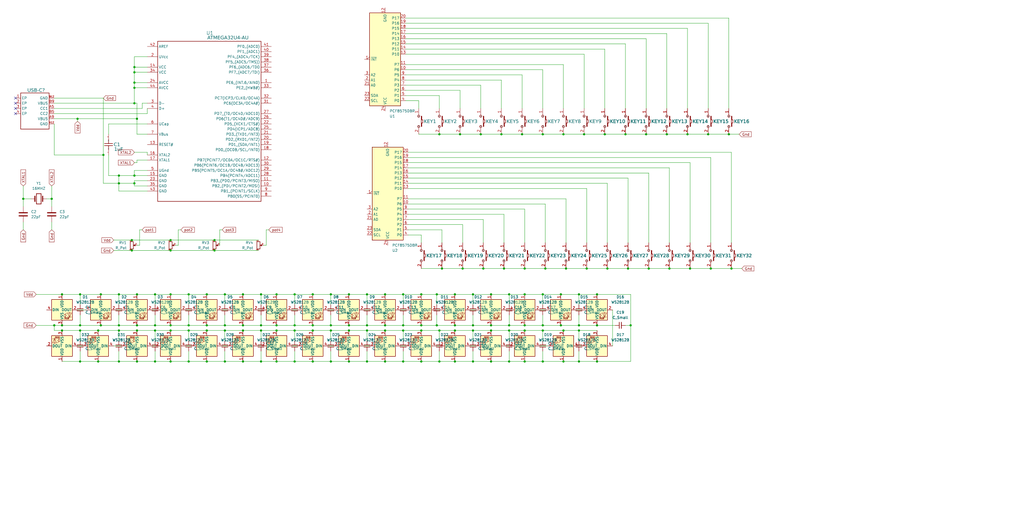
<source format=kicad_sch>
(kicad_sch (version 20231120) (generator "eeschema") (generator_version "8.0")
  (paper "User" 503.174 249.301)
  (junction (at 308.61 132.08))
  (junction (at 49.53 144.78))
  (junction (at 198.12 160.02))
  (junction (at 66.04 35.56))
  (junction (at 92.71 177.8))
  (junction (at 207.01 162.56))
  (junction (at 267.97 132.08))
  (junction (at 38.1 58.42))
  (junction (at 66.04 33.02))
  (junction (at 328.93 132.08))
  (junction (at 189.23 177.8))
  (junction (at 180.34 144.78))
  (junction (at 237.49 132.08))
  (junction (at 101.6 144.78))
  (junction (at 76.2 160.02))
  (junction (at 339.09 132.08))
  (junction (at 50.8 76.2))
  (junction (at 198.12 162.56))
  (junction (at 217.17 132.08))
  (junction (at 266.7 177.8))
  (junction (at 30.48 162.56))
  (junction (at 232.41 144.78))
  (junction (at 162.56 160.02))
  (junction (at 105.41 118.11))
  (junction (at 66.04 90.17))
  (junction (at 101.6 162.56))
  (junction (at 67.31 162.56))
  (junction (at 26.67 160.02))
  (junction (at 83.82 160.02))
  (junction (at 318.77 132.08))
  (junction (at 105.41 123.19))
  (junction (at 266.7 160.02))
  (junction (at 11.43 97.79))
  (junction (at 25.4 97.79))
  (junction (at 162.56 162.56))
  (junction (at 83.82 144.78))
  (junction (at 349.25 132.08))
  (junction (at 215.9 162.56))
  (junction (at 119.38 160.02))
  (junction (at 144.78 144.78))
  (junction (at 257.81 160.02))
  (junction (at 76.2 177.8))
  (junction (at 250.19 160.02))
  (junction (at 135.89 162.56))
  (junction (at 278.13 132.08))
  (junction (at 128.27 144.78))
  (junction (at 266.7 162.56))
  (junction (at 189.23 160.02))
  (junction (at 49.53 160.02))
  (junction (at 92.71 144.78))
  (junction (at 223.52 162.56))
  (junction (at 337.82 66.04))
  (junction (at 215.9 177.8))
  (junction (at 236.22 66.04))
  (junction (at 189.23 144.78))
  (junction (at 119.38 177.8))
  (junction (at 241.3 162.56))
  (junction (at 284.48 162.56))
  (junction (at 64.77 123.19))
  (junction (at 266.7 66.04))
  (junction (at 153.67 160.02))
  (junction (at 276.86 177.8))
  (junction (at 171.45 177.8))
  (junction (at 39.37 160.02))
  (junction (at 128.27 177.8))
  (junction (at 293.37 144.78))
  (junction (at 250.19 162.56))
  (junction (at 58.42 162.56))
  (junction (at 214.63 160.02))
  (junction (at 256.54 66.04))
  (junction (at 92.71 160.02))
  (junction (at 171.45 144.78))
  (junction (at 241.3 160.02))
  (junction (at 347.98 66.04))
  (junction (at 215.9 66.04))
  (junction (at 284.48 160.02))
  (junction (at 58.42 160.02))
  (junction (at 297.18 66.04))
  (junction (at 119.38 162.56))
  (junction (at 39.37 177.8))
  (junction (at 66.04 86.36))
  (junction (at 257.81 144.78))
  (junction (at 180.34 160.02))
  (junction (at 275.59 160.02))
  (junction (at 232.41 177.8))
  (junction (at 39.37 162.56))
  (junction (at 317.5 66.04))
  (junction (at 198.12 177.8))
  (junction (at 153.67 144.78))
  (junction (at 144.78 177.8))
  (junction (at 83.82 162.56))
  (junction (at 180.34 177.8))
  (junction (at 58.42 90.17))
  (junction (at 39.37 144.78))
  (junction (at 307.34 66.04))
  (junction (at 128.27 160.02))
  (junction (at 284.48 177.8))
  (junction (at 58.42 177.8))
  (junction (at 287.02 66.04))
  (junction (at 128.27 162.56))
  (junction (at 162.56 144.78))
  (junction (at 257.81 132.08))
  (junction (at 250.19 177.8))
  (junction (at 83.82 118.11))
  (junction (at 76.2 162.56))
  (junction (at 67.31 144.78))
  (junction (at 207.01 144.78))
  (junction (at 110.49 144.78))
  (junction (at 83.82 123.19))
  (junction (at 135.89 177.8))
  (junction (at 135.89 144.78))
  (junction (at 276.86 66.04))
  (junction (at 144.78 162.56))
  (junction (at 92.71 162.56))
  (junction (at 153.67 177.8))
  (junction (at 275.59 144.78))
  (junction (at 227.33 132.08))
  (junction (at 67.31 177.8))
  (junction (at 309.88 160.02))
  (junction (at 67.31 58.42))
  (junction (at 66.04 50.8))
  (junction (at 358.14 66.04))
  (junction (at 58.42 144.78))
  (junction (at 247.65 132.08))
  (junction (at 110.49 160.02))
  (junction (at 284.48 144.78))
  (junction (at 58.42 86.36))
  (junction (at 226.06 66.04))
  (junction (at 153.67 162.56))
  (junction (at 359.41 132.08))
  (junction (at 66.04 40.64))
  (junction (at 288.29 132.08))
  (junction (at 298.45 132.08))
  (junction (at 83.82 177.8))
  (junction (at 207.01 160.02))
  (junction (at 223.52 144.78))
  (junction (at 250.19 144.78))
  (junction (at 241.3 144.78))
  (junction (at 266.7 144.78))
  (junction (at 171.45 160.02))
  (junction (at 232.41 160.02))
  (junction (at 101.6 160.02))
  (junction (at 257.81 177.8))
  (junction (at 223.52 160.02))
  (junction (at 30.48 144.78))
  (junction (at 241.3 177.8))
  (junction (at 232.41 162.56))
  (junction (at 66.04 43.18))
  (junction (at 64.77 118.11))
  (junction (at 67.31 160.02))
  (junction (at 198.12 144.78))
  (junction (at 293.37 160.02))
  (junction (at 189.23 162.56))
  (junction (at 180.34 162.56))
  (junction (at 293.37 177.8))
  (junction (at 246.38 66.04))
  (junction (at 76.2 144.78))
  (junction (at 110.49 177.8))
  (junction (at 110.49 162.56))
  (junction (at 30.48 160.02))
  (junction (at 48.26 177.8))
  (junction (at 135.89 160.02))
  (junction (at 48.26 162.56))
  (junction (at 119.38 144.78))
  (junction (at 223.52 177.8))
  (junction (at 162.56 177.8))
  (junction (at 214.63 144.78))
  (junction (at 327.66 66.04))
  (junction (at 171.45 162.56))
  (junction (at 101.6 177.8))
  (junction (at 144.78 160.02))
  (junction (at 276.86 162.56))
  (junction (at 257.81 162.56))
  (junction (at 207.01 177.8))
  (no_connect (at 7.62 50.8))
  (no_connect (at 7.62 48.26))
  (no_connect (at 7.62 55.88))
  (no_connect (at 7.62 53.34))
  (wire (pts (xy 76.2 162.56) (xy 76.2 167.64)))
  (wire (pts (xy 223.52 177.8) (xy 232.41 177.8)))
  (wire (pts (xy 58.42 172.72) (xy 58.42 177.8)))
  (wire (pts (xy 226.06 44.45) (xy 226.06 53.34)))
  (wire (pts (xy 153.67 177.8) (xy 162.56 177.8)))
  (wire (pts (xy 50.8 48.26) (xy 50.8 76.2)))
  (wire (pts (xy 215.9 162.56) (xy 215.9 167.64)))
  (wire (pts (xy 67.31 66.04) (xy 72.39 66.04)))
  (wire (pts (xy 68.58 113.03) (xy 69.85 113.03)))
  (wire (pts (xy 119.38 144.78) (xy 128.27 144.78)))
  (wire (pts (xy 284.48 172.72) (xy 284.48 177.8)))
  (wire (pts (xy 266.7 172.72) (xy 266.7 177.8)))
  (wire (pts (xy 275.59 144.78) (xy 284.48 144.78)))
  (wire (pts (xy 25.4 97.79) (xy 25.4 101.6)))
  (wire (pts (xy 76.2 177.8) (xy 83.82 177.8)))
  (wire (pts (xy 217.17 113.03) (xy 217.17 119.38)))
  (wire (pts (xy 180.34 144.78) (xy 180.34 149.86)))
  (wire (pts (xy 67.31 120.65) (xy 68.58 120.65)))
  (wire (pts (xy 200.66 115.57) (xy 207.01 115.57)))
  (wire (pts (xy 76.2 144.78) (xy 83.82 144.78)))
  (wire (pts (xy 309.88 144.78) (xy 293.37 144.78)))
  (wire (pts (xy 66.04 33.02) (xy 72.39 33.02)))
  (wire (pts (xy 288.29 92.71) (xy 288.29 119.38)))
  (wire (pts (xy 205.74 49.53) (xy 205.74 53.34)))
  (wire (pts (xy 250.19 177.8) (xy 257.81 177.8)))
  (wire (pts (xy 200.66 113.03) (xy 217.17 113.03)))
  (wire (pts (xy 66.04 50.8) (xy 67.31 50.8)))
  (wire (pts (xy 50.8 76.2) (xy 50.8 90.17)))
  (wire (pts (xy 198.12 162.56) (xy 198.12 167.64)))
  (wire (pts (xy 105.41 118.11) (xy 127 118.11)))
  (wire (pts (xy 297.18 66.04) (xy 307.34 66.04)))
  (wire (pts (xy 232.41 172.72) (xy 232.41 177.8)))
  (wire (pts (xy 198.12 160.02) (xy 207.01 160.02)))
  (wire (pts (xy 266.7 66.04) (xy 276.86 66.04)))
  (wire (pts (xy 110.49 160.02) (xy 119.38 160.02)))
  (wire (pts (xy 66.04 86.36) (xy 72.39 86.36)))
  (wire (pts (xy 92.71 162.56) (xy 101.6 162.56)))
  (wire (pts (xy 298.45 90.17) (xy 298.45 119.38)))
  (wire (pts (xy 74.93 170.18) (xy 76.2 170.18)))
  (wire (pts (xy 171.45 177.8) (xy 180.34 177.8)))
  (wire (pts (xy 48.26 162.56) (xy 58.42 162.56)))
  (wire (pts (xy 30.48 177.8) (xy 39.37 177.8)))
  (wire (pts (xy 39.37 177.8) (xy 48.26 177.8)))
  (wire (pts (xy 110.49 154.94) (xy 110.49 160.02)))
  (wire (pts (xy 15.24 97.79) (xy 11.43 97.79)))
  (wire (pts (xy 180.34 177.8) (xy 189.23 177.8)))
  (wire (pts (xy 101.6 144.78) (xy 110.49 144.78)))
  (wire (pts (xy 284.48 162.56) (xy 293.37 162.56)))
  (wire (pts (xy 250.19 144.78) (xy 250.19 149.86)))
  (wire (pts (xy 76.2 144.78) (xy 76.2 149.86)))
  (wire (pts (xy 25.4 91.44) (xy 25.4 97.79)))
  (wire (pts (xy 87.63 113.03) (xy 88.9 113.03)))
  (wire (pts (xy 30.48 160.02) (xy 39.37 160.02)))
  (wire (pts (xy 72.39 93.98) (xy 58.42 93.98)))
  (wire (pts (xy 162.56 162.56) (xy 171.45 162.56)))
  (wire (pts (xy 308.61 132.08) (xy 318.77 132.08)))
  (wire (pts (xy 327.66 66.04) (xy 337.82 66.04)))
  (wire (pts (xy 250.19 154.94) (xy 250.19 160.02)))
  (wire (pts (xy 199.39 19.05) (xy 317.5 19.05)))
  (wire (pts (xy 38.1 170.18) (xy 40.64 170.18)))
  (wire (pts (xy 130.81 113.03) (xy 130.81 120.65)))
  (wire (pts (xy 66.04 35.56) (xy 66.04 33.02)))
  (wire (pts (xy 241.3 144.78) (xy 250.19 144.78)))
  (wire (pts (xy 284.48 144.78) (xy 293.37 144.78)))
  (wire (pts (xy 189.23 160.02) (xy 198.12 160.02)))
  (wire (pts (xy 288.29 132.08) (xy 298.45 132.08)))
  (wire (pts (xy 132.08 113.03) (xy 130.81 113.03)))
  (wire (pts (xy 67.31 177.8) (xy 76.2 177.8)))
  (wire (pts (xy 207.01 160.02) (xy 214.63 160.02)))
  (wire (pts (xy 76.2 172.72) (xy 76.2 177.8)))
  (wire (pts (xy 119.38 160.02) (xy 128.27 160.02)))
  (wire (pts (xy 199.39 31.75) (xy 276.86 31.75)))
  (wire (pts (xy 25.4 109.22) (xy 25.4 113.03)))
  (wire (pts (xy 110.49 144.78) (xy 119.38 144.78)))
  (wire (pts (xy 214.63 154.94) (xy 214.63 160.02)))
  (wire (pts (xy 250.19 172.72) (xy 250.19 177.8)))
  (wire (pts (xy 76.2 160.02) (xy 83.82 160.02)))
  (wire (pts (xy 162.56 144.78) (xy 162.56 149.86)))
  (wire (pts (xy 58.42 93.98) (xy 58.42 90.17)))
  (wire (pts (xy 110.49 172.72) (xy 110.49 177.8)))
  (wire (pts (xy 50.8 90.17) (xy 58.42 90.17)))
  (wire (pts (xy 30.48 162.56) (xy 39.37 162.56)))
  (wire (pts (xy 144.78 162.56) (xy 153.67 162.56)))
  (wire (pts (xy 199.39 24.13) (xy 297.18 24.13)))
  (wire (pts (xy 135.89 162.56) (xy 144.78 162.56)))
  (wire (pts (xy 214.63 152.4) (xy 215.9 152.4)))
  (wire (pts (xy 180.34 160.02) (xy 189.23 160.02)))
  (wire (pts (xy 246.38 39.37) (xy 246.38 53.34)))
  (wire (pts (xy 11.43 97.79) (xy 11.43 101.6)))
  (wire (pts (xy 200.66 107.95) (xy 237.49 107.95)))
  (wire (pts (xy 171.45 144.78) (xy 180.34 144.78)))
  (wire (pts (xy 72.39 83.82) (xy 66.04 83.82)))
  (wire (pts (xy 227.33 132.08) (xy 237.49 132.08)))
  (wire (pts (xy 231.14 170.18) (xy 233.68 170.18)))
  (wire (pts (xy 231.14 152.4) (xy 233.68 152.4)))
  (wire (pts (xy 309.88 144.78) (xy 309.88 160.02)))
  (wire (pts (xy 232.41 144.78) (xy 232.41 149.86)))
  (wire (pts (xy 284.48 144.78) (xy 284.48 149.86)))
  (wire (pts (xy 72.39 91.44) (xy 66.04 91.44)))
  (wire (pts (xy 64.77 123.19) (xy 83.82 123.19)))
  (wire (pts (xy 200.66 110.49) (xy 227.33 110.49)))
  (wire (pts (xy 207.01 144.78) (xy 214.63 144.78)))
  (wire (pts (xy 66.04 80.01) (xy 67.31 80.01)))
  (wire (pts (xy 287.02 26.67) (xy 287.02 53.34)))
  (wire (pts (xy 266.7 160.02) (xy 275.59 160.02)))
  (wire (pts (xy 86.36 120.65) (xy 87.63 120.65)))
  (wire (pts (xy 307.34 66.04) (xy 317.5 66.04)))
  (wire (pts (xy 215.9 46.99) (xy 215.9 53.34)))
  (wire (pts (xy 66.04 43.18) (xy 66.04 40.64)))
  (wire (pts (xy 110.49 162.56) (xy 110.49 167.64)))
  (wire (pts (xy 214.63 160.02) (xy 223.52 160.02)))
  (wire (pts (xy 232.41 160.02) (xy 241.3 160.02)))
  (wire (pts (xy 215.9 177.8) (xy 223.52 177.8)))
  (wire (pts (xy 162.56 177.8) (xy 171.45 177.8)))
  (wire (pts (xy 250.19 162.56) (xy 250.19 167.64)))
  (wire (pts (xy 266.7 144.78) (xy 266.7 149.86)))
  (wire (pts (xy 250.19 162.56) (xy 257.81 162.56)))
  (wire (pts (xy 232.41 162.56) (xy 241.3 162.56)))
  (wire (pts (xy 53.34 86.36) (xy 58.42 86.36)))
  (wire (pts (xy 72.39 88.9) (xy 66.04 88.9)))
  (wire (pts (xy 358.14 66.04) (xy 363.22 66.04)))
  (wire (pts (xy 128.27 160.02) (xy 135.89 160.02)))
  (wire (pts (xy 257.81 177.8) (xy 266.7 177.8)))
  (wire (pts (xy 119.38 177.8) (xy 128.27 177.8)))
  (wire (pts (xy 337.82 13.97) (xy 337.82 53.34)))
  (wire (pts (xy 223.52 144.78) (xy 232.41 144.78)))
  (wire (pts (xy 67.31 162.56) (xy 76.2 162.56)))
  (wire (pts (xy 275.59 160.02) (xy 284.48 160.02)))
  (wire (pts (xy 130.81 120.65) (xy 129.54 120.65)))
  (wire (pts (xy 30.48 144.78) (xy 39.37 144.78)))
  (wire (pts (xy 347.98 11.43) (xy 347.98 53.34)))
  (wire (pts (xy 236.22 66.04) (xy 246.38 66.04)))
  (wire (pts (xy 58.42 160.02) (xy 67.31 160.02)))
  (wire (pts (xy 72.39 53.34) (xy 72.39 55.88)))
  (wire (pts (xy 200.66 82.55) (xy 328.93 82.55)))
  (wire (pts (xy 58.42 162.56) (xy 67.31 162.56)))
  (wire (pts (xy 26.67 60.96) (xy 26.67 76.2)))
  (wire (pts (xy 26.67 160.02) (xy 30.48 160.02)))
  (wire (pts (xy 162.56 162.56) (xy 162.56 167.64)))
  (wire (pts (xy 38.1 152.4) (xy 41.91 152.4)))
  (wire (pts (xy 180.34 162.56) (xy 189.23 162.56)))
  (wire (pts (xy 200.66 90.17) (xy 298.45 90.17)))
  (wire (pts (xy 236.22 41.91) (xy 236.22 53.34)))
  (wire (pts (xy 91.44 170.18) (xy 93.98 170.18)))
  (wire (pts (xy 26.67 160.02) (xy 26.67 162.56)))
  (wire (pts (xy 101.6 177.8) (xy 110.49 177.8)))
  (wire (pts (xy 199.39 39.37) (xy 246.38 39.37)))
  (wire (pts (xy 143.51 170.18) (xy 146.05 170.18)))
  (wire (pts (xy 153.67 144.78) (xy 162.56 144.78)))
  (wire (pts (xy 135.89 144.78) (xy 144.78 144.78)))
  (wire (pts (xy 69.85 50.8) (xy 69.85 53.34)))
  (wire (pts (xy 38.1 58.42) (xy 38.1 59.69)))
  (wire (pts (xy 39.37 162.56) (xy 39.37 167.64)))
  (wire (pts (xy 66.04 40.64) (xy 72.39 40.64)))
  (wire (pts (xy 200.66 102.87) (xy 257.81 102.87)))
  (wire (pts (xy 161.29 170.18) (xy 163.83 170.18)))
  (wire (pts (xy 200.66 97.79) (xy 278.13 97.79)))
  (wire (pts (xy 58.42 177.8) (xy 67.31 177.8)))
  (wire (pts (xy 83.82 118.11) (xy 105.41 118.11)))
  (wire (pts (xy 309.88 160.02) (xy 309.88 177.8)))
  (wire (pts (xy 127 152.4) (xy 128.27 152.4)))
  (wire (pts (xy 161.29 152.4) (xy 163.83 152.4)))
  (wire (pts (xy 153.67 160.02) (xy 162.56 160.02)))
  (wire (pts (xy 248.92 152.4) (xy 250.19 152.4)))
  (wire (pts (xy 200.66 85.09) (xy 318.77 85.09)))
  (wire (pts (xy 180.34 162.56) (xy 180.34 167.64)))
  (wire (pts (xy 127 170.18) (xy 128.27 170.18)))
  (wire (pts (xy 257.81 162.56) (xy 266.7 162.56)))
  (wire (pts (xy 318.77 85.09) (xy 318.77 119.38)))
  (wire (pts (xy 214.63 144.78) (xy 223.52 144.78)))
  (wire (pts (xy 207.01 115.57) (xy 207.01 119.38)))
  (wire (pts (xy 241.3 177.8) (xy 250.19 177.8)))
  (wire (pts (xy 196.85 152.4) (xy 199.39 152.4)))
  (wire (pts (xy 69.85 53.34) (xy 26.67 53.34)))
  (wire (pts (xy 162.56 154.94) (xy 162.56 160.02)))
  (wire (pts (xy 144.78 172.72) (xy 144.78 177.8)))
  (wire (pts (xy 67.31 80.01) (xy 67.31 78.74)))
  (wire (pts (xy 74.93 152.4) (xy 76.2 152.4)))
  (wire (pts (xy 66.04 91.44) (xy 66.04 90.17)))
  (wire (pts (xy 284.48 154.94) (xy 284.48 160.02)))
  (wire (pts (xy 180.34 172.72) (xy 180.34 177.8)))
  (wire (pts (xy 284.48 162.56) (xy 284.48 167.64)))
  (wire (pts (xy 257.81 144.78) (xy 266.7 144.78)))
  (wire (pts (xy 162.56 160.02) (xy 171.45 160.02)))
  (wire (pts (xy 66.04 74.93) (xy 72.39 74.93)))
  (wire (pts (xy 91.44 152.4) (xy 93.98 152.4)))
  (wire (pts (xy 162.56 172.72) (xy 162.56 177.8)))
  (wire (pts (xy 358.14 8.89) (xy 358.14 53.34)))
  (wire (pts (xy 293.37 160.02) (xy 302.26 160.02)))
  (wire (pts (xy 83.82 162.56) (xy 92.71 162.56)))
  (wire (pts (xy 67.31 160.02) (xy 76.2 160.02)))
  (wire (pts (xy 257.81 160.02) (xy 266.7 160.02)))
  (wire (pts (xy 237.49 107.95) (xy 237.49 119.38)))
  (wire (pts (xy 266.7 177.8) (xy 276.86 177.8)))
  (wire (pts (xy 241.3 160.02) (xy 250.19 160.02)))
  (wire (pts (xy 92.71 162.56) (xy 92.71 167.64)))
  (wire (pts (xy 39.37 172.72) (xy 39.37 177.8)))
  (wire (pts (xy 92.71 172.72) (xy 92.71 177.8)))
  (wire (pts (xy 171.45 162.56) (xy 180.34 162.56)))
  (wire (pts (xy 11.43 109.22) (xy 11.43 113.03)))
  (wire (pts (xy 17.78 144.78) (xy 30.48 144.78)))
  (wire (pts (xy 200.66 77.47) (xy 349.25 77.47)))
  (wire (pts (xy 55.88 123.19) (xy 64.77 123.19)))
  (wire (pts (xy 26.67 162.56) (xy 30.48 162.56)))
  (wire (pts (xy 207.01 177.8) (xy 215.9 177.8)))
  (wire (pts (xy 58.42 86.36) (xy 58.42 90.17)))
  (wire (pts (xy 214.63 170.18) (xy 215.9 170.18)))
  (wire (pts (xy 53.34 60.96) (xy 53.34 66.04)))
  (wire (pts (xy 48.26 177.8) (xy 58.42 177.8)))
  (wire (pts (xy 266.7 162.56) (xy 266.7 167.64)))
  (wire (pts (xy 92.71 144.78) (xy 101.6 144.78)))
  (wire (pts (xy 144.78 177.8) (xy 153.67 177.8)))
  (wire (pts (xy 83.82 177.8) (xy 92.71 177.8)))
  (wire (pts (xy 214.63 144.78) (xy 214.63 149.86)))
  (wire (pts (xy 266.7 144.78) (xy 275.59 144.78)))
  (wire (pts (xy 207.01 162.56) (xy 215.9 162.56)))
  (wire (pts (xy 198.12 144.78) (xy 198.12 149.86)))
  (wire (pts (xy 199.39 21.59) (xy 307.34 21.59)))
  (wire (pts (xy 101.6 162.56) (xy 110.49 162.56)))
  (wire (pts (xy 72.39 50.8) (xy 69.85 50.8)))
  (wire (pts (xy 199.39 8.89) (xy 358.14 8.89)))
  (wire (pts (xy 128.27 162.56) (xy 128.27 167.64)))
  (wire (pts (xy 67.31 78.74) (xy 72.39 78.74)))
  (wire (pts (xy 232.41 177.8) (xy 241.3 177.8)))
  (wire (pts (xy 199.39 41.91) (xy 236.22 41.91)))
  (wire (pts (xy 339.09 80.01) (xy 339.09 119.38)))
  (wire (pts (xy 297.18 24.13) (xy 297.18 53.34)))
  (wire (pts (xy 72.39 35.56) (xy 66.04 35.56)))
  (wire (pts (xy 267.97 132.08) (xy 278.13 132.08)))
  (wire (pts (xy 110.49 144.78) (xy 110.49 149.86)))
  (wire (pts (xy 241.3 162.56) (xy 250.19 162.56)))
  (wire (pts (xy 67.31 58.42) (xy 38.1 58.42)))
  (wire (pts (xy 189.23 162.56) (xy 198.12 162.56)))
  (wire (pts (xy 92.71 144.78) (xy 92.71 149.86)))
  (wire (pts (xy 68.58 120.65) (xy 68.58 113.03)))
  (wire (pts (xy 17.78 160.02) (xy 26.67 160.02)))
  (wire (pts (xy 198.12 172.72) (xy 198.12 177.8)))
  (wire (pts (xy 39.37 144.78) (xy 49.53 144.78)))
  (wire (pts (xy 55.88 118.11) (xy 64.77 118.11)))
  (wire (pts (xy 283.21 152.4) (xy 285.75 152.4)))
  (wire (pts (xy 76.2 162.56) (xy 83.82 162.56)))
  (wire (pts (xy 232.41 144.78) (xy 241.3 144.78)))
  (wire (pts (xy 26.67 76.2) (xy 50.8 76.2)))
  (wire (pts (xy 328.93 132.08) (xy 339.09 132.08)))
  (wire (pts (xy 199.39 49.53) (xy 205.74 49.53)))
  (wire (pts (xy 67.31 50.8) (xy 67.31 58.42)))
  (wire (pts (xy 66.04 35.56) (xy 66.04 40.64)))
  (wire (pts (xy 11.43 91.44) (xy 11.43 97.79)))
  (wire (pts (xy 349.25 132.08) (xy 359.41 132.08)))
  (wire (pts (xy 237.49 132.08) (xy 247.65 132.08)))
  (wire (pts (xy 267.97 100.33) (xy 267.97 119.38)))
  (wire (pts (xy 39.37 144.78) (xy 39.37 149.86)))
  (wire (pts (xy 144.78 162.56) (xy 144.78 167.64)))
  (wire (pts (xy 199.39 46.99) (xy 215.9 46.99)))
  (wire (pts (xy 276.86 66.04) (xy 287.02 66.04)))
  (wire (pts (xy 247.65 105.41) (xy 247.65 119.38)))
  (wire (pts (xy 199.39 34.29) (xy 266.7 34.29)))
  (wire (pts (xy 110.49 162.56) (xy 119.38 162.56)))
  (wire (pts (xy 215.9 172.72) (xy 215.9 177.8)))
  (wire (pts (xy 318.77 132.08) (xy 328.93 132.08)))
  (wire (pts (xy 53.34 60.96) (xy 72.39 60.96)))
  (wire (pts (xy 107.95 113.03) (xy 109.22 113.03)))
  (wire (pts (xy 109.22 152.4) (xy 111.76 152.4)))
  (wire (pts (xy 39.37 162.56) (xy 48.26 162.56)))
  (wire (pts (xy 317.5 19.05) (xy 317.5 53.34)))
  (wire (pts (xy 200.66 87.63) (xy 308.61 87.63)))
  (wire (pts (xy 76.2 154.94) (xy 76.2 160.02)))
  (wire (pts (xy 180.34 144.78) (xy 189.23 144.78)))
  (wire (pts (xy 207.01 132.08) (xy 217.17 132.08)))
  (wire (pts (xy 293.37 177.8) (xy 309.88 177.8)))
  (wire (pts (xy 110.49 177.8) (xy 119.38 177.8)))
  (wire (pts (xy 153.67 162.56) (xy 162.56 162.56)))
  (wire (pts (xy 128.27 172.72) (xy 128.27 177.8)))
  (wire (pts (xy 307.34 160.02) (xy 309.88 160.02)))
  (wire (pts (xy 307.34 21.59) (xy 307.34 53.34)))
  (wire (pts (xy 200.66 74.93) (xy 359.41 74.93)))
  (wire (pts (xy 328.93 82.55) (xy 328.93 119.38)))
  (wire (pts (xy 53.34 76.2) (xy 53.34 86.36)))
  (wire (pts (xy 128.27 144.78) (xy 128.27 149.86)))
  (wire (pts (xy 198.12 144.78) (xy 207.01 144.78)))
  (wire (pts (xy 26.67 55.88) (xy 72.39 55.88)))
  (wire (pts (xy 276.86 177.8) (xy 284.48 177.8)))
  (wire (pts (xy 226.06 66.04) (xy 236.22 66.04)))
  (wire (pts (xy 232.41 154.94) (xy 232.41 160.02)))
  (wire (pts (xy 276.86 31.75) (xy 276.86 53.34)))
  (wire (pts (xy 92.71 177.8) (xy 101.6 177.8)))
  (wire (pts (xy 109.22 170.18) (xy 111.76 170.18)))
  (wire (pts (xy 284.48 177.8) (xy 293.37 177.8)))
  (wire (pts (xy 66.04 43.18) (xy 66.04 50.8)))
  (wire (pts (xy 256.54 66.04) (xy 266.7 66.04)))
  (wire (pts (xy 83.82 123.19) (xy 105.41 123.19)))
  (wire (pts (xy 266.7 162.56) (xy 276.86 162.56)))
  (wire (pts (xy 287.02 66.04) (xy 297.18 66.04)))
  (wire (pts (xy 215.9 66.04) (xy 226.06 66.04)))
  (wire (pts (xy 250.19 144.78) (xy 257.81 144.78)))
  (wire (pts (xy 198.12 162.56) (xy 207.01 162.56)))
  (wire (pts (xy 144.78 144.78) (xy 153.67 144.78)))
  (wire (pts (xy 119.38 162.56) (xy 128.27 162.56)))
  (wire (pts (xy 200.66 92.71) (xy 288.29 92.71)))
  (wire (pts (xy 144.78 160.02) (xy 153.67 160.02)))
  (wire (pts (xy 72.39 43.18) (xy 66.04 43.18)))
  (wire (pts (xy 64.77 118.11) (xy 83.82 118.11)))
  (wire (pts (xy 317.5 66.04) (xy 327.66 66.04)))
  (wire (pts (xy 189.23 144.78) (xy 198.12 144.78)))
  (wire (pts (xy 276.86 162.56) (xy 284.48 162.56)))
  (wire (pts (xy 72.39 27.94) (xy 66.04 27.94)))
  (wire (pts (xy 284.48 170.18) (xy 285.75 170.18)))
  (wire (pts (xy 284.48 160.02) (xy 293.37 160.02)))
  (wire (pts (xy 200.66 80.01) (xy 339.09 80.01)))
  (wire (pts (xy 198.12 177.8) (xy 207.01 177.8)))
  (wire (pts (xy 58.42 162.56) (xy 58.42 167.64)))
  (wire (pts (xy 180.34 154.94) (xy 180.34 160.02)))
  (wire (pts (xy 199.39 44.45) (xy 226.06 44.45)))
  (wire (pts (xy 128.27 144.78) (xy 135.89 144.78)))
  (wire (pts (xy 49.53 160.02) (xy 58.42 160.02)))
  (wire (pts (xy 179.07 152.4) (xy 181.61 152.4)))
  (wire (pts (xy 26.67 50.8) (xy 66.04 50.8)))
  (wire (pts (xy 339.09 132.08) (xy 349.25 132.08)))
  (wire (pts (xy 87.63 120.65) (xy 87.63 113.03)))
  (wire (pts (xy 22.86 97.79) (xy 25.4 97.79)))
  (wire (pts (xy 66.04 27.94) (xy 66.04 33.02)))
  (wire (pts (xy 49.53 144.78) (xy 58.42 144.78)))
  (wire (pts (xy 38.1 58.42) (xy 26.67 58.42)))
  (wire (pts (xy 128.27 177.8) (xy 135.89 177.8)))
  (wire (pts (xy 39.37 160.02) (xy 49.53 160.02)))
  (wire (pts (xy 250.19 160.02) (xy 257.81 160.02)))
  (wire (pts (xy 57.15 152.4) (xy 59.69 152.4)))
  (wire (pts (xy 247.65 132.08) (xy 257.81 132.08)))
  (wire (pts (xy 83.82 160.02) (xy 92.71 160.02)))
  (wire (pts (xy 101.6 160.02) (xy 110.49 160.02)))
  (wire (pts (xy 171.45 160.02) (xy 180.34 160.02)))
  (wire (pts (xy 58.42 154.94) (xy 58.42 160.02)))
  (wire (pts (xy 257.81 132.08) (xy 267.97 132.08)))
  (wire (pts (xy 199.39 36.83) (xy 256.54 36.83)))
  (wire (pts (xy 256.54 36.83) (xy 256.54 53.34)))
  (wire (pts (xy 72.39 74.93) (xy 72.39 76.2)))
  (wire (pts (xy 144.78 144.78) (xy 144.78 149.86)))
  (wire (pts (xy 217.17 132.08) (xy 227.33 132.08)))
  (wire (pts (xy 92.71 160.02) (xy 101.6 160.02)))
  (wire (pts (xy 227.33 110.49) (xy 227.33 119.38)))
  (wire (pts (xy 67.31 66.04) (xy 67.31 58.42)))
  (wire (pts (xy 135.89 160.02) (xy 144.78 160.02)))
  (wire (pts (xy 199.39 11.43) (xy 347.98 11.43)))
  (wire (pts (xy 179.07 170.18) (xy 181.61 170.18)))
  (wire (pts (xy 266.7 154.94) (xy 266.7 160.02)))
  (wire (pts (xy 349.25 77.47) (xy 349.25 119.38)))
  (wire (pts (xy 66.04 83.82) (xy 66.04 86.36)))
  (wire (pts (xy 347.98 66.04) (xy 358.14 66.04)))
  (wire (pts (xy 198.12 154.94) (xy 198.12 160.02)))
  (wire (pts (xy 257.81 102.87) (xy 257.81 119.38)))
  (wire (pts (xy 26.67 48.26) (xy 50.8 48.26)))
  (wire (pts (xy 144.78 154.94) (xy 144.78 160.02)))
  (wire (pts (xy 223.52 162.56) (xy 232.41 162.56)))
  (wire (pts (xy 58.42 144.78) (xy 67.31 144.78)))
  (wire (pts (xy 248.92 170.18) (xy 250.19 170.18)))
  (wire (pts (xy 265.43 170.18) (xy 269.24 170.18)))
  (wire (pts (xy 265.43 152.4) (xy 267.97 152.4)))
  (wire (pts (xy 143.51 152.4) (xy 146.05 152.4)))
  (wire (pts (xy 107.95 120.65) (xy 107.95 113.03)))
  (wire (pts (xy 232.41 162.56) (xy 232.41 167.64)))
  (wire (pts (xy 359.41 132.08) (xy 364.49 132.08)))
  (wire (pts (xy 215.9 162.56) (xy 223.52 162.56)))
  (wire (pts (xy 246.38 66.04) (xy 256.54 66.04)))
  (wire (pts (xy 189.23 177.8) (xy 198.12 177.8)))
  (wire (pts (xy 278.13 97.79) (xy 278.13 119.38)))
  (wire (pts (xy 92.71 154.94) (xy 92.71 160.02)))
  (wire (pts (xy 327.66 16.51) (xy 327.66 53.34)))
  (wire (pts (xy 199.39 13.97) (xy 337.82 13.97)))
  (wire (pts (xy 266.7 34.29) (xy 266.7 53.34)))
  (wire (pts (xy 55.88 170.18) (xy 59.69 170.18)))
  (wire (pts (xy 359.41 74.93) (xy 359.41 119.38)))
  (wire (pts (xy 128.27 162.56) (xy 135.89 162.56)))
  (wire (pts (xy 308.61 87.63) (xy 308.61 119.38)))
  (wire (pts (xy 196.85 170.18) (xy 199.39 170.18)))
  (wire (pts (xy 205.74 66.04) (xy 215.9 66.04)))
  (wire (pts (xy 223.52 160.02) (xy 232.41 160.02)))
  (wire (pts (xy 278.13 132.08) (xy 288.29 132.08)))
  (wire (pts (xy 300.99 152.4) (xy 300.99 170.18)))
  (wire (pts (xy 66.04 88.9) (xy 66.04 90.17)))
  (wire (pts (xy 162.56 144.78) (xy 171.45 144.78)))
  (wire (pts (xy 39.37 154.94) (xy 39.37 160.02)))
  (wire (pts (xy 58.42 86.36) (xy 66.04 86.36)))
  (wire (pts (xy 135.89 177.8) (xy 144.78 177.8)))
  (wire (pts (xy 298.45 132.08) (xy 308.61 132.08)))
  (wire (pts (xy 200.66 105.41) (xy 247.65 105.41)))
  (wire (pts (xy 128.27 154.94) (xy 128.27 160.02)))
  (wire (pts (xy 105.41 123.19) (xy 127 123.19)))
  (wire (pts (xy 66.04 90.17) (xy 58.42 90.17)))
  (wire (pts (xy 83.82 144.78) (xy 92.71 144.78)))
  (wire (pts (xy 67.31 144.78) (xy 76.2 144.78)))
  (wire (pts (xy 199.39 26.67) (xy 287.02 26.67)))
  (wire (pts (xy 200.66 100.33) (xy 267.97 100.33)))
  (wire (pts (xy 199.39 16.51) (xy 327.66 16.51)))
  (wire (pts (xy 58.42 144.78) (xy 58.42 149.86)))
  (wire (pts (xy 337.82 66.04) (xy 347.98 66.04)))
  (global_label "XTAL2" (shape input) (at 66.04 74.93 180) (property "Intersheetrefs" "${INTERSHEET_REFS}" (effects (hide yes))))
  (global_label "Vdd" (shape input) (at 17.78 144.78 180) (property "Intersheetrefs" "${INTERSHEET_REFS}" (effects (hide yes))))
  (global_label "Gnd" (shape input) (at 55.88 123.19 180) (property "Intersheetrefs" "${INTERSHEET_REFS}" (effects (hide yes))))
  (global_label "Gnd" (shape input) (at 17.78 160.02 180) (property "Intersheetrefs" "${INTERSHEET_REFS}" (effects (hide yes))))
  (global_label "Vdd" (shape input) (at 38.1 59.69 270) (property "Intersheetrefs" "${INTERSHEET_REFS}" (effects (hide yes))))
  (global_label "Gnd" (shape input) (at 25.4 113.03 270) (property "Intersheetrefs" "${INTERSHEET_REFS}" (effects (hide yes))))
  (global_label "Gnd" (shape input) (at 11.43 113.03 270) (property "Intersheetrefs" "${INTERSHEET_REFS}" (effects (hide yes))))
  (global_label "pot4" (shape input) (at 132.08 113.03 0) (property "Intersheetrefs" "${INTERSHEET_REFS}" (effects (hide yes))))
  (global_label "Vdd" (shape input) (at 55.88 118.11 180) (property "Intersheetrefs" "${INTERSHEET_REFS}" (effects (hide yes))))
  (global_label "Gnd" (shape input) (at 50.8 48.26 0) (property "Intersheetrefs" "${INTERSHEET_REFS}" (effects (hide yes))))
  (global_label "Gnd" (shape input) (at 364.49 132.08 0) (property "Intersheetrefs" "${INTERSHEET_REFS}" (effects (hide yes))))
  (global_label "pot1" (shape input) (at 69.85 113.03 0) (property "Intersheetrefs" "${INTERSHEET_REFS}" (effects (hide yes))))
  (global_label "XTAL2" (shape input) (at 25.4 91.44 90) (property "Intersheetrefs" "${INTERSHEET_REFS}" (effects (hide yes))))
  (global_label "XTAL1" (shape input) (at 11.43 91.44 90) (property "Intersheetrefs" "${INTERSHEET_REFS}" (effects (hide yes))))
  (global_label "XTAL1" (shape input) (at 66.04 80.01 180) (property "Intersheetrefs" "${INTERSHEET_REFS}" (effects (hide yes))))
  (global_label "Gnd" (shape input) (at 363.22 66.04 0) (property "Intersheetrefs" "${INTERSHEET_REFS}" (effects (hide yes))))
  (global_label "pot3" (shape input) (at 109.22 113.03 0) (property "Intersheetrefs" "${INTERSHEET_REFS}" (effects (hide yes))))
  (global_label "pot2" (shape input) (at 88.9 113.03 0) (property "Intersheetrefs" "${INTERSHEET_REFS}" (effects (hide yes))))
  (symbol (lib_id "LED:WS2812B") (at 189.23 170.18 180) (unit 1)
    (property "Reference" "D23" (at 200.66 164.6838 0))
    (property "Value" "WS2812B" (at 200.66 167.2238 0))
    (property "Footprint" "LED_SMD:LED_WS2812B_PLCC4_5.0x5.0mm_P3.2mm" (effects (hide yes)))
    (property "Datasheet" "https://cdn-shop.adafruit.com/datasheets/WS2812B.pdf" (effects (hide yes)))
    (property "Description" "RGB LED with integrated controller" (effects (hide yes)))
  )
  (symbol (lib_id "K2-3.6×6.1_SMD") (at 288.29 125.73 0) (unit 1)
    (property "Reference" "KEY25" (at 290.83 124.9299 0) (effects (font (size 1.6891 1.6891)) (justify left top)))
    (property "Value" "K2-3.6×6.1_SMD" (effects (hide yes)))
    (property "Footprint" "Button_Switch_Keyboard:SW_Cherry_MX_1.00u_PCB" (effects (hide yes)))
    (property "Manufacturer Part" "K2-1107ST-A4SW-06" (effects (hide yes)))
    (property "Supplier Part" "C118141" (effects (hide yes)))
    (property "Supplier" "LCSC" (effects (hide yes)))
  )
  (symbol (lib_id "K2-3.6×6.1_SMD") (at 237.49 125.73 0) (unit 1)
    (property "Reference" "KEY20" (at 240.03 124.9299 0) (effects (font (size 1.6891 1.6891)) (justify left top)))
    (property "Value" "K2-3.6×6.1_SMD" (effects (hide yes)))
    (property "Footprint" "Button_Switch_Keyboard:SW_Cherry_MX_1.00u_PCB" (effects (hide yes)))
    (property "Manufacturer Part" "K2-1107ST-A4SW-06" (effects (hide yes)))
    (property "Supplier Part" "C118141" (effects (hide yes)))
    (property "Supplier" "LCSC" (effects (hide yes)))
  )
  (symbol (lib_id "Device:C_Small") (at 144.78 170.18 180) (unit 1)
    (property "Reference" "C28" (at 147.32 168.9035 0) (effects (justify right)))
    (property "Value" "C_Small" (at 147.32 171.4435 0) (effects (justify right)))
    (property "Description" "Unpolarized capacitor, small symbol" (effects (hide yes)))
  )
  (symbol (lib_id "LED:WS2812B") (at 275.59 152.4 0) (unit 1)
    (property "Reference" "D15" (at 287.02 146.0814 0))
    (property "Value" "WS2812B" (at 287.02 148.6214 0))
    (property "Footprint" "LED_SMD:LED_WS2812B_PLCC4_5.0x5.0mm_P3.2mm" (effects (hide yes)))
    (property "Datasheet" "https://cdn-shop.adafruit.com/datasheets/WS2812B.pdf" (effects (hide yes)))
    (property "Description" "RGB LED with integrated controller" (effects (hide yes)))
  )
  (symbol (lib_id "K2-3.6×6.1_SMD") (at 349.25 125.73 0) (unit 1)
    (property "Reference" "KEY31" (at 351.79 124.9299 0) (effects (font (size 1.6891 1.6891)) (justify left top)))
    (property "Value" "K2-3.6×6.1_SMD" (effects (hide yes)))
    (property "Footprint" "Button_Switch_Keyboard:SW_Cherry_MX_1.00u_PCB" (effects (hide yes)))
    (property "Manufacturer Part" "K2-1107ST-A4SW-06" (effects (hide yes)))
    (property "Supplier Part" "C118141" (effects (hide yes)))
    (property "Supplier" "LCSC" (effects (hide yes)))
  )
  (symbol (lib_id "K2-3.6×6.1_SMD") (at 267.97 125.73 0) (unit 1)
    (property "Reference" "KEY23" (at 270.51 124.9299 0) (effects (font (size 1.6891 1.6891)) (justify left top)))
    (property "Value" "K2-3.6×6.1_SMD" (effects (hide yes)))
    (property "Footprint" "Button_Switch_Keyboard:SW_Cherry_MX_1.00u_PCB" (effects (hide yes)))
    (property "Manufacturer Part" "K2-1107ST-A4SW-06" (effects (hide yes)))
    (property "Supplier Part" "C118141" (effects (hide yes)))
    (property "Supplier" "LCSC" (effects (hide yes)))
  )
  (symbol (lib_id "LED:WS2812B") (at 207.01 170.18 180) (unit 1)
    (property "Reference" "D22" (at 218.44 164.6838 0))
    (property "Value" "WS2812B" (at 218.44 167.2238 0))
    (property "Footprint" "LED_SMD:LED_WS2812B_PLCC4_5.0x5.0mm_P3.2mm" (effects (hide yes)))
    (property "Datasheet" "https://cdn-shop.adafruit.com/datasheets/WS2812B.pdf" (effects (hide yes)))
    (property "Description" "RGB LED with integrated controller" (effects (hide yes)))
  )
  (symbol (lib_id "Device:R_Potentiometer_Small") (at 83.82 120.65 0) (unit 1)
    (property "Reference" "RV2" (at 81.28 119.3799 0) (effects (justify right)))
    (property "Value" "R_Pot" (at 81.28 121.9199 0) (effects (justify right)))
    (property "Description" "Potentiometer" (effects (hide yes)))
  )
  (symbol (lib_id "Device:C_Small") (at 198.12 152.4 0) (unit 1)
    (property "Reference" "C13" (at 200.66 151.1362 0) (effects (justify left)))
    (property "Value" "C_Small" (at 200.66 153.6762 0) (effects (justify left)))
    (property "Description" "Unpolarized capacitor, small symbol" (effects (hide yes)))
  )
  (symbol (lib_id "Device:C_Small") (at 162.56 170.18 180) (unit 1)
    (property "Reference" "C27" (at 165.1 168.9035 0) (effects (justify right)))
    (property "Value" "C_Small" (at 165.1 171.4435 0) (effects (justify right)))
    (property "Description" "Unpolarized capacitor, small symbol" (effects (hide yes)))
  )
  (symbol (lib_id "Device:R_Potentiometer_Small") (at 105.41 120.65 0) (unit 1)
    (property "Reference" "RV3" (at 102.87 119.3799 0) (effects (justify right)))
    (property "Value" "R_Pot" (at 102.87 121.9199 0) (effects (justify right)))
    (property "Description" "Potentiometer" (effects (hide yes)))
  )
  (symbol (lib_id "LED:WS2812B") (at 153.67 170.18 180) (unit 1)
    (property "Reference" "D25" (at 165.1 164.6838 0))
    (property "Value" "WS2812B" (at 165.1 167.2238 0))
    (property "Footprint" "LED_SMD:LED_WS2812B_PLCC4_5.0x5.0mm_P3.2mm" (effects (hide yes)))
    (property "Datasheet" "https://cdn-shop.adafruit.com/datasheets/WS2812B.pdf" (effects (hide yes)))
    (property "Description" "RGB LED with integrated controller" (effects (hide yes)))
  )
  (symbol (lib_id "LED:WS2812B") (at 49.53 152.4 0) (unit 1)
    (property "Reference" "D2" (at 60.96 146.0814 0))
    (property "Value" "WS2812B" (at 60.96 148.6214 0))
    (property "Footprint" "LED_SMD:LED_WS2812B_PLCC4_5.0x5.0mm_P3.2mm" (effects (hide yes)))
    (property "Datasheet" "https://cdn-shop.adafruit.com/datasheets/WS2812B.pdf" (effects (hide yes)))
    (property "Description" "RGB LED with integrated controller" (effects (hide yes)))
  )
  (symbol (lib_id "Device:C_Small") (at 128.27 170.18 180) (unit 1)
    (property "Reference" "C32" (at 130.81 168.9035 0) (effects (justify right)))
    (property "Value" "C_Small" (at 130.81 171.4435 0) (effects (justify right)))
    (property "Description" "Unpolarized capacitor, small symbol" (effects (hide yes)))
  )
  (symbol (lib_id "Device:C_Small") (at 110.49 152.4 0) (unit 1)
    (property "Reference" "C8" (at 113.03 151.1362 0) (effects (justify left)))
    (property "Value" "C_Small" (at 113.03 153.6762 0) (effects (justify left)))
    (property "Description" "Unpolarized capacitor, small symbol" (effects (hide yes)))
  )
  (symbol (lib_id "LED:WS2812B") (at 48.26 170.18 180) (unit 1)
    (property "Reference" "D31" (at 59.69 164.6838 0))
    (property "Value" "WS2812B" (at 59.69 167.2238 0))
    (property "Footprint" "LED_SMD:LED_WS2812B_PLCC4_5.0x5.0mm_P3.2mm" (effects (hide yes)))
    (property "Datasheet" "https://cdn-shop.adafruit.com/datasheets/WS2812B.pdf" (effects (hide yes)))
    (property "Description" "RGB LED with integrated controller" (effects (hide yes)))
  )
  (symbol (lib_id "Device:C_Small") (at 58.42 152.4 0) (unit 1)
    (property "Reference" "C5" (at 60.96 151.1362 0) (effects (justify left)))
    (property "Value" "C_Small" (at 60.96 153.6762 0) (effects (justify left)))
    (property "Description" "Unpolarized capacitor, small symbol" (effects (hide yes)))
  )
  (symbol (lib_id "LED:WS2812B") (at 101.6 152.4 0) (unit 1)
    (property "Reference" "D5" (at 113.03 146.0814 0))
    (property "Value" "WS2812B" (at 113.03 148.6214 0))
    (property "Footprint" "LED_SMD:LED_WS2812B_PLCC4_5.0x5.0mm_P3.2mm" (effects (hide yes)))
    (property "Datasheet" "https://cdn-shop.adafruit.com/datasheets/WS2812B.pdf" (effects (hide yes)))
    (property "Description" "RGB LED with integrated controller" (effects (hide yes)))
  )
  (symbol (lib_id "LED:WS2812B") (at 30.48 170.18 180) (unit 1)
    (property "Reference" "D32" (at 41.91 164.6838 0))
    (property "Value" "WS2812B" (at 41.91 167.2238 0))
    (property "Footprint" "LED_SMD:LED_WS2812B_PLCC4_5.0x5.0mm_P3.2mm" (effects (hide yes)))
    (property "Datasheet" "https://cdn-shop.adafruit.com/datasheets/WS2812B.pdf" (effects (hide yes)))
    (property "Description" "RGB LED with integrated controller" (effects (hide yes)))
  )
  (symbol (lib_id "Device:R_Potentiometer_Small") (at 64.77 120.65 0) (unit 1)
    (property "Reference" "RV1" (at 62.23 119.3799 0) (effects (justify right)))
    (property "Value" "R_Pot" (at 62.23 121.9199 0) (effects (justify right)))
    (property "Description" "Potentiometer" (effects (hide yes)))
  )
  (symbol (lib_id "Device:C_Small") (at 58.42 170.18 180) (unit 1)
    (property "Reference" "C34" (at 60.96 168.9035 0) (effects (justify right)))
    (property "Value" "C_Small" (at 60.96 171.4435 0) (effects (justify right)))
    (property "Description" "Unpolarized capacitor, small symbol" (effects (hide yes)))
  )
  (symbol (lib_id "LED:WS2812B") (at 135.89 170.18 180) (unit 1)
    (property "Reference" "D26" (at 147.32 164.6838 0))
    (property "Value" "WS2812B" (at 147.32 167.2238 0))
    (property "Footprint" "LED_SMD:LED_WS2812B_PLCC4_5.0x5.0mm_P3.2mm" (effects (hide yes)))
    (property "Datasheet" "https://cdn-shop.adafruit.com/datasheets/WS2812B.pdf" (effects (hide yes)))
    (property "Description" "RGB LED with integrated controller" (effects (hide yes)))
  )
  (symbol (lib_id "K2-3.6×6.1_SMD") (at 257.81 125.73 0) (unit 1)
    (property "Reference" "KEY22" (at 260.35 124.9299 0) (effects (font (size 1.6891 1.6891)) (justify left top)))
    (property "Value" "K2-3.6×6.1_SMD" (effects (hide yes)))
    (property "Footprint" "Button_Switch_Keyboard:SW_Cherry_MX_1.00u_PCB" (effects (hide yes)))
    (property "Manufacturer Part" "K2-1107ST-A4SW-06" (effects (hide yes)))
    (property "Supplier Part" "C118141" (effects (hide yes)))
    (property "Supplier" "LCSC" (effects (hide yes)))
  )
  (symbol (lib_id "K2-3.6×6.1_SMD") (at 317.5 59.69 0) (unit 1)
    (property "Reference" "KEY12" (at 320.04 58.8899 0) (effects (font (size 1.6891 1.6891)) (justify left top)))
    (property "Value" "K2-3.6×6.1_SMD" (effects (hide yes)))
    (property "Footprint" "Button_Switch_Keyboard:SW_Cherry_MX_1.00u_PCB" (effects (hide yes)))
    (property "Manufacturer Part" "K2-1107ST-A4SW-06" (effects (hide yes)))
    (property "Supplier Part" "C118141" (effects (hide yes)))
    (property "Supplier" "LCSC" (effects (hide yes)))
  )
  (symbol (lib_id "LED:WS2812B") (at 119.38 170.18 180) (unit 1)
    (property "Reference" "D27" (at 130.81 164.6838 0))
    (property "Value" "WS2812B" (at 130.81 167.2238 0))
    (property "Footprint" "LED_SMD:LED_WS2812B_PLCC4_5.0x5.0mm_P3.2mm" (effects (hide yes)))
    (property "Datasheet" "https://cdn-shop.adafruit.com/datasheets/WS2812B.pdf" (effects (hide yes)))
    (property "Description" "RGB LED with integrated controller" (effects (hide yes)))
  )
  (symbol (lib_id "Device:C_Small") (at 92.71 170.18 180) (unit 1)
    (property "Reference" "C31" (at 95.25 168.9035 0) (effects (justify right)))
    (property "Value" "C_Small" (at 95.25 171.4435 0) (effects (justify right)))
    (property "Description" "Unpolarized capacitor, small symbol" (effects (hide yes)))
  )
  (symbol (lib_id "LED:WS2812B") (at 153.67 152.4 0) (unit 1)
    (property "Reference" "D8" (at 165.1 146.0814 0))
    (property "Value" "WS2812B" (at 165.1 148.6214 0))
    (property "Footprint" "LED_SMD:LED_WS2812B_PLCC4_5.0x5.0mm_P3.2mm" (effects (hide yes)))
    (property "Datasheet" "https://cdn-shop.adafruit.com/datasheets/WS2812B.pdf" (effects (hide yes)))
    (property "Description" "RGB LED with integrated controller" (effects (hide yes)))
  )
  (symbol (lib_id "Device:Crystal") (at 19.05 97.79 0) (unit 1)
    (property "Reference" "Y1" (at 19.05 90.17 0))
    (property "Value" "16MHZ" (at 19.05 92.71 0))
    (property "Description" "Two pin crystal" (effects (hide yes)))
  )
  (symbol (lib_id "LED:WS2812B") (at 223.52 170.18 180) (unit 1)
    (property "Reference" "D21" (at 234.95 164.6838 0))
    (property "Value" "WS2812B" (at 234.95 167.2238 0))
    (property "Footprint" "LED_SMD:LED_WS2812B_PLCC4_5.0x5.0mm_P3.2mm" (effects (hide yes)))
    (property "Datasheet" "https://cdn-shop.adafruit.com/datasheets/WS2812B.pdf" (effects (hide yes)))
    (property "Description" "RGB LED with integrated controller" (effects (hide yes)))
  )
  (symbol (lib_id "LED:WS2812B") (at 119.38 152.4 0) (unit 1)
    (property "Reference" "D6" (at 130.81 146.0814 0))
    (property "Value" "WS2812B" (at 130.81 148.6214 0))
    (property "Footprint" "LED_SMD:LED_WS2812B_PLCC4_5.0x5.0mm_P3.2mm" (effects (hide yes)))
    (property "Datasheet" "https://cdn-shop.adafruit.com/datasheets/WS2812B.pdf" (effects (hide yes)))
    (property "Description" "RGB LED with integrated controller" (effects (hide yes)))
  )
  (symbol (lib_id "LED:WS2812B") (at 241.3 152.4 0) (unit 1)
    (property "Reference" "D13" (at 252.73 146.0814 0))
    (property "Value" "WS2812B" (at 252.73 148.6214 0))
    (property "Footprint" "LED_SMD:LED_WS2812B_PLCC4_5.0x5.0mm_P3.2mm" (effects (hide yes)))
    (property "Datasheet" "https://cdn-shop.adafruit.com/datasheets/WS2812B.pdf" (effects (hide yes)))
    (property "Description" "RGB LED with integrated controller" (effects (hide yes)))
  )
  (symbol (lib_id "Device:C") (at 11.43 105.41 0) (unit 1)
    (property "Reference" "C2" (at 15.24 104.1399 0) (effects (justify left)))
    (property "Value" "22pF" (at 15.24 106.6799 0) (effects (justify left)))
    (property "Description" "Unpolarized capacitor" (effects (hide yes)))
  )
  (symbol (lib_id "LED:WS2812B") (at 257.81 152.4 0) (unit 1)
    (property "Reference" "D14" (at 269.24 146.0814 0))
    (property "Value" "WS2812B" (at 269.24 148.6214 0))
    (property "Footprint" "LED_SMD:LED_WS2812B_PLCC4_5.0x5.0mm_P3.2mm" (effects (hide yes)))
    (property "Datasheet" "https://cdn-shop.adafruit.com/datasheets/WS2812B.pdf" (effects (hide yes)))
    (property "Description" "RGB LED with integrated controller" (effects (hide yes)))
  )
  (symbol (lib_id "K2-3.6×6.1_SMD") (at 215.9 59.69 0) (unit 1)
    (property "Reference" "KEY2" (at 218.44 58.8899 0) (effects (font (size 1.6891 1.6891)) (justify left top)))
    (property "Value" "K2-3.6×6.1_SMD" (effects (hide yes)))
    (property "Footprint" "Button_Switch_Keyboard:SW_Cherry_MX_1.00u_PCB" (effects (hide yes)))
    (property "Manufacturer Part" "K2-1107ST-A4SW-06" (effects (hide yes)))
    (property "Supplier Part" "C118141" (effects (hide yes)))
    (property "Supplier" "LCSC" (effects (hide yes)))
  )
  (symbol (lib_id "K2-3.6×6.1_SMD") (at 339.09 125.73 0) (unit 1)
    (property "Reference" "KEY30" (at 341.63 124.9299 0) (effects (font (size 1.6891 1.6891)) (justify left top)))
    (property "Value" "K2-3.6×6.1_SMD" (effects (hide yes)))
    (property "Footprint" "Button_Switch_Keyboard:SW_Cherry_MX_1.00u_PCB" (effects (hide yes)))
    (property "Manufacturer Part" "K2-1107ST-A4SW-06" (effects (hide yes)))
    (property "Supplier Part" "C118141" (effects (hide yes)))
    (property "Supplier" "LCSC" (effects (hide yes)))
  )
  (symbol (lib_id "LED:WS2812B") (at 257.81 170.18 180) (unit 1)
    (property "Reference" "D19" (at 269.24 164.6838 0))
    (property "Value" "WS2812B" (at 269.24 167.2238 0))
    (property "Footprint" "LED_SMD:LED_WS2812B_PLCC4_5.0x5.0mm_P3.2mm" (effects (hide yes)))
    (property "Datasheet" "https://cdn-shop.adafruit.com/datasheets/WS2812B.pdf" (effects (hide yes)))
    (property "Description" "RGB LED with integrated controller" (effects (hide yes)))
  )
  (symbol (lib_id "Device:C_Small") (at 92.71 152.4 0) (unit 1)
    (property "Reference" "C7" (at 95.25 151.1362 0) (effects (justify left)))
    (property "Value" "C_Small" (at 95.25 153.6762 0) (effects (justify left)))
    (property "Description" "Unpolarized capacitor, small symbol" (effects (hide yes)))
  )
  (symbol (lib_id "K2-3.6×6.1_SMD") (at 287.02 59.69 0) (unit 1)
    (property "Reference" "KEY9" (at 289.56 58.8899 0) (effects (font (size 1.6891 1.6891)) (justify left top)))
    (property "Value" "K2-3.6×6.1_SMD" (effects (hide yes)))
    (property "Footprint" "Button_Switch_Keyboard:SW_Cherry_MX_1.00u_PCB" (effects (hide yes)))
    (property "Manufacturer Part" "K2-1107ST-A4SW-06" (effects (hide yes)))
    (property "Supplier Part" "C118141" (effects (hide yes)))
    (property "Supplier" "LCSC" (effects (hide yes)))
  )
  (symbol (lib_id "Device:C_Small") (at 76.2 152.4 0) (unit 1)
    (property "Reference" "C6" (at 78.74 151.1362 0) (effects (justify left)))
    (property "Value" "C_Small" (at 78.74 153.6762 0) (effects (justify left)))
    (property "Description" "Unpolarized capacitor, small symbol" (effects (hide yes)))
  )
  (symbol (lib_id "Device:C_Small") (at 250.19 152.4 0) (unit 1)
    (property "Reference" "C16" (at 252.73 151.1362 0) (effects (justify left)))
    (property "Value" "C_Small" (at 252.73 153.6762 0) (effects (justify left)))
    (property "Description" "Unpolarized capacitor, small symbol" (effects (hide yes)))
  )
  (symbol (lib_id "LED:WS2812B") (at 67.31 152.4 0) (unit 1)
    (property "Reference" "D3" (at 78.74 146.0814 0))
    (property "Value" "WS2812B" (at 78.74 148.6214 0))
    (property "Footprint" "LED_SMD:LED_WS2812B_PLCC4_5.0x5.0mm_P3.2mm" (effects (hide yes)))
    (property "Datasheet" "https://cdn-shop.adafruit.com/datasheets/WS2812B.pdf" (effects (hide yes)))
    (property "Description" "RGB LED with integrated controller" (effects (hide yes)))
  )
  (symbol (lib_id "Device:C_Small") (at 198.12 170.18 180) (unit 1)
    (property "Reference" "C25" (at 200.66 168.9035 0) (effects (justify right)))
    (property "Value" "C_Small" (at 200.66 171.4435 0) (effects (justify right)))
    (property "Description" "Unpolarized capacitor, small symbol" (effects (hide yes)))
  )
  (symbol (lib_id "Device:C_Small") (at 284.48 170.18 180) (unit 1)
    (property "Reference" "C20" (at 287.02 168.9035 0) (effects (justify right)))
    (property "Value" "C_Small" (at 287.02 171.4435 0) (effects (justify right)))
    (property "Description" "Unpolarized capacitor, small symbol" (effects (hide yes)))
  )
  (symbol (lib_id "Device:C_Small") (at 128.27 152.4 0) (unit 1)
    (property "Reference" "C9" (at 130.81 151.1362 0) (effects (justify left)))
    (property "Value" "C_Small" (at 130.81 153.6762 0) (effects (justify left)))
    (property "Description" "Unpolarized capacitor, small symbol" (effects (hide yes)))
  )
  (symbol (lib_id "K2-3.6×6.1_SMD") (at 328.93 125.73 0) (unit 1)
    (property "Reference" "KEY29" (at 331.47 124.9299 0) (effects (font (size 1.6891 1.6891)) (justify left top)))
    (property "Value" "K2-3.6×6.1_SMD" (effects (hide yes)))
    (property "Footprint" "Button_Switch_Keyboard:SW_Cherry_MX_1.00u_PCB" (effects (hide yes)))
    (property "Manufacturer Part" "K2-1107ST-A4SW-06" (effects (hide yes)))
    (property "Supplier Part" "C118141" (effects (hide yes)))
    (property "Supplier" "LCSC" (effects (hide yes)))
  )
  (symbol (lib_id "LED:WS2812B") (at 276.86 170.18 180) (unit 1)
    (property "Reference" "D18" (at 288.29 164.6838 0))
    (property "Value" "WS2812B" (at 288.29 167.2238 0))
    (property "Footprint" "LED_SMD:LED_WS2812B_PLCC4_5.0x5.0mm_P3.2mm" (effects (hide yes)))
    (property "Datasheet" "https://cdn-shop.adafruit.com/datasheets/WS2812B.pdf" (effects (hide yes)))
    (property "Description" "RGB LED with integrated controller" (effects (hide yes)))
  )
  (symbol (lib_id "LED:WS2812B") (at 241.3 170.18 180) (unit 1)
    (property "Reference" "D20" (at 252.73 164.6838 0))
    (property "Value" "WS2812B" (at 252.73 167.2238 0))
    (property "Footprint" "LED_SMD:LED_WS2812B_PLCC4_5.0x5.0mm_P3.2mm" (effects (hide yes)))
    (property "Datasheet" "https://cdn-shop.adafruit.com/datasheets/WS2812B.pdf" (effects (hide yes)))
    (property "Description" "RGB LED with integrated controller" (effects (hide yes)))
  )
  (symbol (lib_id "LED:WS2812B") (at 83.82 152.4 0) (unit 1)
    (property "Reference" "D4" (at 95.25 146.0814 0))
    (property "Value" "WS2812B" (at 95.25 148.6214 0))
    (property "Footprint" "LED_SMD:LED_WS2812B_PLCC4_5.0x5.0mm_P3.2mm" (effects (hide yes)))
    (property "Datasheet" "https://cdn-shop.adafruit.com/datasheets/WS2812B.pdf" (effects (hide yes)))
    (property "Description" "RGB LED with integrated controller" (effects (hide yes)))
  )
  (symbol (lib_id "LED:WS2812B") (at 207.01 152.4 0) (unit 1)
    (property "Reference" "D11" (at 218.44 146.0814 0))
    (property "Value" "WS2812B" (at 218.44 148.6214 0))
    (property "Footprint" "LED_SMD:LED_WS2812B_PLCC4_5.0x5.0mm_P3.2mm" (effects (hide yes)))
    (property "Datasheet" "https://cdn-shop.adafruit.com/datasheets/WS2812B.pdf" (effects (hide yes)))
    (property "Description" "RGB LED with integrated controller" (effects (hide yes)))
  )
  (symbol (lib_id "K2-3.6×6.1_SMD") (at 307.34 59.69 0) (unit 1)
    (property "Reference" "KEY11" (at 309.88 58.8899 0) (effects (font (size 1.6891 1.6891)) (justify left top)))
    (property "Value" "K2-3.6×6.1_SMD" (effects (hide yes)))
    (property "Footprint" "Button_Switch_Keyboard:SW_Cherry_MX_1.00u_PCB" (effects (hide yes)))
    (property "Manufacturer Part" "K2-1107ST-A4SW-06" (effects (hide yes)))
    (property "Supplier Part" "C118141" (effects (hide yes)))
    (property "Supplier" "LCSC" (effects (hide yes)))
  )
  (symbol (lib_id "K2-3.6×6.1_SMD") (at 297.18 59.69 0) (unit 1)
    (property "Reference" "KEY10" (at 299.72 58.8899 0) (effects (font (size 1.6891 1.6891)) (justify left top)))
    (property "Value" "K2-3.6×6.1_SMD" (effects (hide yes)))
    (property "Footprint" "Button_Switch_Keyboard:SW_Cherry_MX_1.00u_PCB" (effects (hide yes)))
    (property "Manufacturer Part" "K2-1107ST-A4SW-06" (effects (hide yes)))
    (property "Supplier Part" "C118141" (effects (hide yes)))
    (property "Supplier" "LCSC" (effects (hide yes)))
  )
  (symbol (lib_id "LED:WS2812B") (at 101.6 170.18 180) (unit 1)
    (property "Reference" "D28" (at 113.03 164.6838 0))
    (property "Value" "WS2812B" (at 113.03 167.2238 0))
    (property "Footprint" "LED_SMD:LED_WS2812B_PLCC4_5.0x5.0mm_P3.2mm" (effects (hide yes)))
    (property "Datasheet" "https://cdn-shop.adafruit.com/datasheets/WS2812B.pdf" (effects (hide yes)))
    (property "Description" "RGB LED with integrated controller" (effects (hide yes)))
  )
  (symbol (lib_id "K2-3.6×6.1_SMD") (at 278.13 125.73 0) (unit 1)
    (property "Reference" "KEY24" (at 280.67 124.9299 0) (effects (font (size 1.6891 1.6891)) (justify left top)))
    (property "Value" "K2-3.6×6.1_SMD" (effects (hide yes)))
    (property "Footprint" "Button_Switch_Keyboard:SW_Cherry_MX_1.00u_PCB" (effects (hide yes)))
    (property "Manufacturer Part" "K2-1107ST-A4SW-06" (effects (hide yes)))
    (property "Supplier Part" "C118141" (effects (hide yes)))
    (property "Supplier" "LCSC" (effects (hide yes)))
  )
  (symbol (lib_id "K2-3.6×6.1_SMD") (at 308.61 125.73 0) (unit 1)
    (property "Reference" "KEY27" (at 311.15 124.9299 0) (effects (font (size 1.6891 1.6891)) (justify left top)))
    (property "Value" "K2-3.6×6.1_SMD" (effects (hide yes)))
    (property "Footprint" "Button_Switch_Keyboard:SW_Cherry_MX_1.00u_PCB" (effects (hide yes)))
    (property "Manufacturer Part" "K2-1107ST-A4SW-06" (effects (hide yes)))
    (property "Supplier Part" "C118141" (effects (hide yes)))
    (property "Supplier" "LCSC" (effects (hide yes)))
  )
  (symbol (lib_id "K2-3.6×6.1_SMD") (at 266.7 59.69 0) (unit 1)
    (property "Reference" "KEY7" (at 269.24 58.8899 0) (effects (font (size 1.6891 1.6891)) (justify left top)))
    (property "Value" "K2-3.6×6.1_SMD" (effects (hide yes)))
    (property "Footprint" "Button_Switch_Keyboard:SW_Cherry_MX_1.00u_PCB" (effects (hide yes)))
    (property "Manufacturer Part" "K2-1107ST-A4SW-06" (effects (hide yes)))
    (property "Supplier Part" "C118141" (effects (hide yes)))
    (property "Supplier" "LCSC" (effects (hide yes)))
  )
  (symbol (lib_id "K2-3.6×6.1_SMD") (at 227.33 125.73 0) (unit 1)
    (property "Reference" "KEY19" (at 229.87 124.9299 0) (effects (font (size 1.6891 1.6891)) (justify left top)))
    (property "Value" "K2-3.6×6.1_SMD" (effects (hide yes)))
    (property "Footprint" "Button_Switch_Keyboard:SW_Cherry_MX_1.00u_PCB" (effects (hide yes)))
    (property "Manufacturer Part" "K2-1107ST-A4SW-06" (effects (hide yes)))
    (property "Supplier Part" "C118141" (effects (hide yes)))
    (property "Supplier" "LCSC" (effects (hide yes)))
  )
  (symbol (lib_id "K2-3.6×6.1_SMD") (at 347.98 59.69 0) (unit 1)
    (property "Reference" "KEY15" (at 350.52 58.8899 0) (effects (font (size 1.6891 1.6891)) (justify left top)))
    (property "Value" "K2-3.6×6.1_SMD" (effects (hide yes)))
    (property "Footprint" "Button_Switch_Keyboard:SW_Cherry_MX_1.00u_PCB" (effects (hide yes)))
    (property "Manufacturer Part" "K2-1107ST-A4SW-06" (effects (hide yes)))
    (property "Supplier Part" "C118141" (effects (hide yes)))
    (property "Supplier" "LCSC" (effects (hide yes)))
  )
  (symbol (lib_id "Device:C_Small") (at 180.34 170.18 180) (unit 1)
    (property "Reference" "C26" (at 182.88 168.9035 0) (effects (justify right)))
    (property "Value" "C_Small" (at 182.88 171.4435 0) (effects (justify right)))
    (property "Description" "Unpolarized capacitor, small symbol" (effects (hide yes)))
  )
  (symbol (lib_id "K2-3.6×6.1_SMD") (at 246.38 59.69 0) (unit 1)
    (property "Reference" "KEY5" (at 248.92 58.8899 0) (effects (font (size 1.6891 1.6891)) (justify left top)))
    (property "Value" "K2-3.6×6.1_SMD" (effects (hide yes)))
    (property "Footprint" "Button_Switch_Keyboard:SW_Cherry_MX_1.00u_PCB" (effects (hide yes)))
    (property "Manufacturer Part" "K2-1107ST-A4SW-06" (effects (hide yes)))
    (property "Supplier Part" "C118141" (effects (hide yes)))
    (property "Supplier" "LCSC" (effects (hide yes)))
  )
  (symbol (lib_id "K2-3.6×6.1_SMD") (at 207.01 125.73 0) (unit 1)
    (property "Reference" "KEY17" (at 209.55 124.9299 0) (effects (font (size 1.6891 1.6891)) (justify left top)))
    (property "Value" "K2-3.6×6.1_SMD" (effects (hide yes)))
    (property "Footprint" "Button_Switch_Keyboard:SW_Cherry_MX_1.00u_PCB" (effects (hide yes)))
    (property "Manufacturer Part" "K2-1107ST-A4SW-06" (effects (hide yes)))
    (property "Supplier Part" "C118141" (effects (hide yes)))
    (property "Supplier" "LCSC" (effects (hide yes)))
  )
  (symbol (lib_id "Interface_Expansion:PCF8575DBR") (at 189.23 29.21 0) (mirror x) (unit 1)
    (property "Reference" "U1" (at 191.4241 57.15 0) (effects (justify left)))
    (property "Value" "PCF8575DBR" (at 191.4241 54.61 0) (effects (justify left)))
    (property "Footprint" "Package_SO:SSOP-24_5.3x8.2mm_P0.65mm" (effects (hide yes)))
    (property "Datasheet" "https://www.ti.com/lit/ds/symlink/pcf8575.pdf" (effects (hide yes)))
    (property "Description" "16 Bits Port/Expander to I2C Bus, SSOP-24" (effects (hide yes)))
  )
  (symbol (lib_id "LED:WS2812B") (at 293.37 152.4 0) (unit 1)
    (property "Reference" "D16" (at 304.8 146.0814 0))
    (property "Value" "WS2812B" (at 304.8 148.6214 0))
    (property "Footprint" "LED_SMD:LED_WS2812B_PLCC4_5.0x5.0mm_P3.2mm" (effects (hide yes)))
    (property "Datasheet" "https://cdn-shop.adafruit.com/datasheets/WS2812B.pdf" (effects (hide yes)))
    (property "Description" "RGB LED with integrated controller" (effects (hide yes)))
  )
  (symbol (lib_id "Interface_Expansion:PCF8575DBR") (at 190.5 95.25 0) (mirror x) (unit 1)
    (property "Reference" "U2" (at 192.6941 123.19 0) (effects (justify left)))
    (property "Value" "PCF8575DBR" (at 192.6941 120.65 0) (effects (justify left)))
    (property "Footprint" "Package_SO:SSOP-24_5.3x8.2mm_P0.65mm" (effects (hide yes)))
    (property "Datasheet" "https://www.ti.com/lit/ds/symlink/pcf8575.pdf" (effects (hide yes)))
    (property "Description" "16 Bits Port/Expander to I2C Bus, SSOP-24" (effects (hide yes)))
  )
  (symbol (lib_id "LED:WS2812B") (at 293.37 170.18 180) (unit 1)
    (property "Reference" "D17" (at 304.8 164.6838 0))
    (property "Value" "WS2812B" (at 304.8 167.2238 0))
    (property "Footprint" "LED_SMD:LED_WS2812B_PLCC4_5.0x5.0mm_P3.2mm" (effects (hide yes)))
    (property "Datasheet" "https://cdn-shop.adafruit.com/datasheets/WS2812B.pdf" (effects (hide yes)))
    (property "Description" "RGB LED with integrated controller" (effects (hide yes)))
  )
  (symbol (lib_id "Device:C_Small") (at 180.34 152.4 0) (unit 1)
    (property "Reference" "C12" (at 182.88 151.1362 0) (effects (justify left)))
    (property "Value" "C_Small" (at 182.88 153.6762 0) (effects (justify left)))
    (property "Description" "Unpolarized capacitor, small symbol" (effects (hide yes)))
  )
  (symbol (lib_id "Device:C_Small") (at 110.49 170.18 180) (unit 1)
    (property "Reference" "C30" (at 113.03 168.9035 0) (effects (justify right)))
    (property "Value" "C_Small" (at 113.03 171.4435 0) (effects (justify right)))
    (property "Description" "Unpolarized capacitor, small symbol" (effects (hide yes)))
  )
  (symbol (lib_id "K2-3.6×6.1_SMD") (at 318.77 125.73 0) (unit 1)
    (property "Reference" "KEY28" (at 321.31 124.9299 0) (effects (font (size 1.6891 1.6891)) (justify left top)))
    (property "Value" "K2-3.6×6.1_SMD" (effects (hide yes)))
    (property "Footprint" "Button_Switch_Keyboard:SW_Cherry_MX_1.00u_PCB" (effects (hide yes)))
    (property "Manufacturer Part" "K2-1107ST-A4SW-06" (effects (hide yes)))
    (property "Supplier Part" "C118141" (effects (hide yes)))
    (property "Supplier" "LCSC" (effects (hide yes)))
  )
  (symbol (lib_id "K2-3.6×6.1_SMD") (at 359.41 125.73 0) (unit 1)
    (property "Reference" "KEY32" (at 361.95 124.9299 0) (effects (font (size 1.6891 1.6891)) (justify left top)))
    (property "Value" "K2-3.6×6.1_SMD" (effects (hide yes)))
    (property "Footprint" "Button_Switch_Keyboard:SW_Cherry_MX_1.00u_PCB" (effects (hide yes)))
    (property "Manufacturer Part" "K2-1107ST-A4SW-06" (effects (hide yes)))
    (property "Supplier Part" "C118141" (effects (hide yes)))
    (property "Supplier" "LCSC" (effects (hide yes)))
  )
  (symbol (lib_id "Device:C_Small") (at 232.41 152.4 0) (unit 1)
    (property "Reference" "C15" (at 234.95 151.1362 0) (effects (justify left)))
    (property "Value" "C_Small" (at 234.95 153.6762 0) (effects (justify left)))
    (property "Description" "Unpolarized capacitor, small symbol" (effects (hide yes)))
  )
  (symbol (lib_id "GCM21BR71C105KA58L") (at 53.34 71.12 0) (unit 1)
    (property "Reference" "C1" (at 55.88 70.2691 0) (effects (font (size 1.6891 1.6891)) (justify left top)))
    (property "Value" "1uF" (at 55.88 72.5297 0) (effects (font (size 1.6891 1.6891)) (justify left top)))
    (property "Manufacturer Part" "GCM21BR71C105KA58L" (effects (hide yes)))
    (property "Manufacturer" "muRata(村田)" (effects (hide yes)))
    (property "Supplier Part" "C126588" (effects (hide yes)))
    (property "Supplier" "LCSC" (effects (hide yes)))
  )
  (symbol (lib_id "Device:C_Small") (at 232.41 170.18 180) (unit 1)
    (property "Reference" "C23" (at 234.95 168.9035 0) (effects (justify right)))
    (property "Value" "C_Small" (at 234.95 171.4435 0) (effects (justify right)))
    (property "Description" "Unpolarized capacitor, small symbol" (effects (hide yes)))
  )
  (symbol (lib_id "Device:C_Small") (at 215.9 170.18 180) (unit 1)
    (property "Reference" "C24" (at 218.44 168.9035 0) (effects (justify right)))
    (property "Value" "C_Small" (at 218.44 171.4435 0) (effects (justify right)))
    (property "Description" "Unpolarized capacitor, small symbol" (effects (hide yes)))
  )
  (symbol (lib_id "LED:WS2812B") (at 171.45 170.18 180) (unit 1)
    (property "Reference" "D24" (at 182.88 164.6838 0))
    (property "Value" "WS2812B" (at 182.88 167.2238 0))
    (property "Footprint" "LED_SMD:LED_WS2812B_PLCC4_5.0x5.0mm_P3.2mm" (effects (hide yes)))
    (property "Datasheet" "https://cdn-shop.adafruit.com/datasheets/WS2812B.pdf" (effects (hide yes)))
    (property "Description" "RGB LED with integrated controller" (effects (hide yes)))
  )
  (symbol (lib_id "K2-3.6×6.1_SMD") (at 358.14 59.69 0) (unit 1)
    (property "Reference" "KEY16" (at 360.68 58.8899 0) (effects (font (size 1.6891 1.6891)) (justify left top)))
    (property "Value" "K2-3.6×6.1_SMD" (effects (hide yes)))
    (property "Footprint" "Button_Switch_Keyboard:SW_Cherry_MX_1.00u_PCB" (effects (hide yes)))
    (property "Manufacturer Part" "K2-1107ST-A4SW-06" (effects (hide yes)))
    (property "Supplier Part" "C118141" (effects (hide yes)))
    (property "Supplier" "LCSC" (effects (hide yes)))
  )
  (symbol (lib_id "LED:WS2812B") (at 189.23 152.4 0) (unit 1)
    (property "Reference" "D10" (at 200.66 146.0814 0))
    (property "Value" "WS2812B" (at 200.66 148.6214 0))
    (property "Footprint" "LED_SMD:LED_WS2812B_PLCC4_5.0x5.0mm_P3.2mm" (effects (hide yes)))
    (property "Datasheet" "https://cdn-shop.adafruit.com/datasheets/WS2812B.pdf" (effects (hide yes)))
    (property "Description" "RGB LED with integrated controller" (effects (hide yes)))
  )
  (symbol (lib_id "Device:C_Small") (at 144.78 152.4 0) (unit 1)
    (property "Reference" "C10" (at 147.32 151.1362 0) (effects (justify left)))
    (property "Value" "C_Small" (at 147.32 153.6762 0) (effects (justify left)))
    (property "Description" "Unpolarized capacitor, small symbol" (effects (hide yes)))
  )
  (symbol (lib_id "LED:WS2812B") (at 223.52 152.4 0) (unit 1)
    (property "Reference" "D12" (at 234.95 146.0814 0))
    (property "Value" "WS2812B" (at 234.95 148.6214 0))
    (property "Footprint" "LED_SMD:LED_WS2812B_PLCC4_5.0x5.0mm_P3.2mm" (effects (hide yes)))
    (property "Datasheet" "https://cdn-shop.adafruit.com/datasheets/WS2812B.pdf" (effects (hide yes)))
    (property "Description" "RGB LED with integrated controller" (effects (hide yes)))
  )
  (symbol (lib_id "K2-3.6×6.1_SMD") (at 205.74 59.69 0) (unit 1)
    (property "Reference" "KEY1" (at 208.28 58.8899 0) (effects (font (size 1.6891 1.6891)) (justify left top)))
    (property "Value" "K2-3.6×6.1_SMD" (effects (hide yes)))
    (property "Footprint" "Button_Switch_Keyboard:SW_Cherry_MX_1.00u_PCB" (effects (hide yes)))
    (property "Manufacturer Part" "K2-1107ST-A4SW-06" (effects (hide yes)))
    (property "Supplier Part" "C118141" (effects (hide yes)))
    (property "Supplier" "LCSC" (effects (hide yes)))
  )
  (symbol (lib_id "KH-TYPE-C-6P") (at 16.51 54.61 0) (unit 1)
    (property "Reference" "USB-C?" (at 13.4366 43.5737 0) (effects (font (size 1.6891 1.6891)) (justify left top)))
    (property "Value" "KH-TYPE-C-6P" (effects (hide yes)))
    (property "Manufacturer Part" "KH-TYPE-C-6P" (effects (hide yes)))
    (property "Manufacturer" "kinghelm(金航标)" (effects (hide yes)))
    (property "Supplier Part" "C709355" (effects (hide yes)))
    (property "Supplier" "LCSC" (effects (hide yes)))
  )
  (symbol (lib_id "Device:C_Small") (at 266.7 170.18 180) (unit 1)
    (property "Reference" "C21" (at 269.24 168.9035 0) (effects (justify right)))
    (property "Value" "C_Small" (at 269.24 171.4435 0) (effects (justify right)))
    (property "Description" "Unpolarized capacitor, small symbol" (effects (hide yes)))
  )
  (symbol (lib_id "Device:C_Small") (at 214.63 152.4 0) (unit 1)
    (property "Reference" "C14" (at 217.17 151.1362 0) (effects (justify left)))
    (property "Value" "C_Small" (at 217.17 153.6762 0) (effects (justify left)))
    (property "Description" "Unpolarized capacitor, small symbol" (effects (hide yes)))
  )
  (symbol (lib_id "Device:C_Small") (at 76.2 170.18 180) (unit 1)
    (property "Reference" "C33" (at 78.74 168.9035 0) (effects (justify right)))
    (property "Value" "C_Small" (at 78.74 171.4435 0) (effects (justify right)))
    (property "Description" "Unpolarized capacitor, small symbol" (effects (hide yes)))
  )
  (symbol (lib_id "Device:C_Small") (at 304.8 160.02 90) (unit 1)
    (property "Reference" "C19" (at 304.8063 153.67 90))
    (property "Value" "C_Small" (at 304.8063 156.21 90))
    (property "Description" "Unpolarized capacitor, small symbol" (effects (hide yes)))
  )
  (symbol (lib_id "Device:C_Small") (at 39.37 152.4 0) (unit 1)
    (property "Reference" "C4" (at 41.91 151.1362 0) (effects (justify left)))
    (property "Value" "C_Small" (at 41.91 153.6762 0) (effects (justify left)))
    (property "Description" "Unpolarized capacitor, small symbol" (effects (hide yes)))
  )
  (symbol (lib_id "K2-3.6×6.1_SMD") (at 327.66 59.69 0) (unit 1)
    (property "Reference" "KEY13" (at 330.2 58.8899 0) (effects (font (size 1.6891 1.6891)) (justify left top)))
    (property "Value" "K2-3.6×6.1_SMD" (effects (hide yes)))
    (property "Footprint" "Button_Switch_Keyboard:SW_Cherry_MX_1.00u_PCB" (effects (hide yes)))
    (property "Manufacturer Part" "K2-1107ST-A4SW-06" (effects (hide yes)))
    (property "Supplier Part" "C118141" (effects (hide yes)))
    (property "Supplier" "LCSC" (effects (hide yes)))
  )
  (symbol (lib_id "Device:C_Small") (at 162.56 152.4 0) (unit 1)
    (property "Reference" "C11" (at 165.1 151.1362 0) (effects (justify left)))
    (property "Value" "C_Small" (at 165.1 153.6762 0) (effects (justify left)))
    (property "Description" "Unpolarized capacitor, small symbol" (effects (hide yes)))
  )
  (symbol (lib_id "K2-3.6×6.1_SMD") (at 276.86 59.69 0) (unit 1)
    (property "Reference" "KEY8" (at 279.4 58.8899 0) (effects (font (size 1.6891 1.6891)) (justify left top)))
    (property "Value" "K2-3.6×6.1_SMD" (effects (hide yes)))
    (property "Footprint" "Button_Switch_Keyboard:SW_Cherry_MX_1.00u_PCB" (effects (hide yes)))
    (property "Manufacturer Part" "K2-1107ST-A4SW-06" (effects (hide yes)))
    (property "Supplier Part" "C118141" (effects (hide yes)))
    (property "Supplier" "LCSC" (effects (hide yes)))
  )
  (symbol (lib_id "ATMEGA32U4-AU") (at 102.87 60.96 0) (unit 1)
    (property "Reference" "U1" (at 101.2444 15.2527 0) (effects (font (size 1.6891 1.6891)) (justify left top)))
    (property "Value" "ATMEGA32U4-AU" (at 101.2444 17.6657 0) (effects (font (size 1.6891 1.6891)) (justify left top)))
    (property "Manufacturer Part" "ATMEGA32U4-AU" (effects (hide yes)))
    (property "Manufacturer" "MICROCHIP(美国微芯)" (effects (hide yes)))
    (property "Supplier Part" "C44854" (effects (hide yes)))
    (property "Supplier" "LCSC" (effects (hide yes)))
  )
  (symbol (lib_id "LED:WS2812B") (at 30.48 152.4 0) (unit 1)
    (property "Reference" "D1" (at 41.91 146.0814 0))
    (property "Value" "WS2812B" (at 41.91 148.6214 0))
    (property "Footprint" "LED_SMD:LED_WS2812B_PLCC4_5.0x5.0mm_P3.2mm" (effects (hide yes)))
    (property "Datasheet" "https://cdn-shop.adafruit.com/datasheets/WS2812B.pdf" (effects (hide yes)))
    (property "Description" "RGB LED with integrated controller" (effects (hide yes)))
  )
  (symbol (lib_id "Device:C") (at 25.4 105.41 0) (unit 1)
    (property "Reference" "C3" (at 29.21 104.1399 0) (effects (justify left)))
    (property "Value" "22pF" (at 29.21 106.6799 0) (effects (justify left)))
    (property "Description" "Unpolarized capacitor" (effects (hide yes)))
  )
  (symbol (lib_id "LED:WS2812B") (at 67.31 170.18 180) (unit 1)
    (property "Reference" "D30" (at 78.74 164.6838 0))
    (property "Value" "WS2812B" (at 78.74 167.2238 0))
    (property "Footprint" "LED_SMD:LED_WS2812B_PLCC4_5.0x5.0mm_P3.2mm" (effects (hide yes)))
    (property "Datasheet" "https://cdn-shop.adafruit.com/datasheets/WS2812B.pdf" (effects (hide yes)))
    (property "Description" "RGB LED with integrated controller" (effects (hide yes)))
  )
  (symbol (lib_id "Device:C_Small") (at 39.37 170.18 180) (unit 1)
    (property "Reference" "C35" (at 41.91 168.9035 0) (effects (justify right)))
    (property "Value" "C_Small" (at 41.91 171.4435 0) (effects (justify right)))
    (property "Description" "Unpolarized capacitor, small symbol" (effects (hide yes)))
  )
  (symbol (lib_id "K2-3.6×6.1_SMD") (at 247.65 125.73 0) (unit 1)
    (property "Reference" "KEY21" (at 250.19 124.9299 0) (effects (font (size 1.6891 1.6891)) (justify left top)))
    (property "Value" "K2-3.6×6.1_SMD" (effects (hide yes)))
    (property "Footprint" "Button_Switch_Keyboard:SW_Cherry_MX_1.00u_PCB" (effects (hide yes)))
    (property "Manufacturer Part" "K2-1107ST-A4SW-06" (effects (hide yes)))
    (property "Supplier Part" "C118141" (effects (hide yes)))
    (property "Supplier" "LCSC" (effects (hide yes)))
  )
  (symbol (lib_id "LED:WS2812B") (at 135.89 152.4 0) (unit 1)
    (property "Reference" "D7" (at 147.32 146.0814 0))
    (property "Value" "WS2812B" (at 147.32 148.6214 0))
    (property "Footprint" "LED_SMD:LED_WS2812B_PLCC4_5.0x5.0mm_P3.2mm" (effects (hide yes)))
    (property "Datasheet" "https://cdn-shop.adafruit.com/datasheets/WS2812B.pdf" (effects (hide yes)))
    (property "Description" "RGB LED with integrated controller" (effects (hide yes)))
  )
  (symbol (lib_id "Device:R_Potentiometer_Small") (at 127 120.65 0) (unit 1)
    (property "Reference" "RV4" (at 124.46 119.3799 0) (effects (justify right)))
    (property "Value" "R_Pot" (at 124.46 121.9199 0) (effects (justify right)))
    (property "Description" "Potentiometer" (effects (hide yes)))
  )
  (symbol (lib_id "Device:C_Small") (at 250.19 170.18 180) (unit 1)
    (property "Reference" "C22" (at 252.73 168.9035 0) (effects (justify right)))
    (property "Value" "C_Small" (at 252.73 171.4435 0) (effects (justify right)))
    (property "Description" "Unpolarized capacitor, small symbol" (effects (hide yes)))
  )
  (symbol (lib_id "K2-3.6×6.1_SMD") (at 298.45 125.73 0) (unit 1)
    (property "Reference" "KEY26" (at 300.99 124.9299 0) (effects (font (size 1.6891 1.6891)) (justify left top)))
    (property "Value" "K2-3.6×6.1_SMD" (effects (hide yes)))
    (property "Footprint" "Button_Switch_Keyboard:SW_Cherry_MX_1.00u_PCB" (effects (hide yes)))
    (property "Manufacturer Part" "K2-1107ST-A4SW-06" (effects (hide yes)))
    (property "Supplier Part" "C118141" (effects (hide yes)))
    (property "Supplier" "LCSC" (effects (hide yes)))
  )
  (symbol (lib_id "LED:WS2812B") (at 171.45 152.4 0) (unit 1)
    (property "Reference" "D9" (at 182.88 146.0814 0))
    (property "Value" "WS2812B" (at 182.88 148.6214 0))
    (property "Footprint" "LED_SMD:LED_WS2812B_PLCC4_5.0x5.0mm_P3.2mm" (effects (hide yes)))
    (property "Datasheet" "https://cdn-shop.adafruit.com/datasheets/WS2812B.pdf" (effects (hide yes)))
    (property "Description" "RGB LED with integrated controller" (effects (hide yes)))
  )
  (symbol (lib_id "Device:C_Small") (at 266.7 152.4 0) (unit 1)
    (property "Reference" "C17" (at 269.24 151.1362 0) (effects (justify left)))
    (property "Value" "C_Small" (at 269.24 153.6762 0) (effects (justify left)))
    (property "Description" "Unpolarized capacitor, small symbol" (effects (hide yes)))
  )
  (symbol (lib_id "K2-3.6×6.1_SMD") (at 256.54 59.69 0) (unit 1)
    (property "Reference" "KEY6" (at 259.08 58.8899 0) (effects (font (size 1.6891 1.6891)) (justify left top)))
    (property "Value" "K2-3.6×6.1_SMD" (effects (hide yes)))
    (property "Footprint" "Button_Switch_Keyboard:SW_Cherry_MX_1.00u_PCB" (effects (hide yes)))
    (property "Manufacturer Part" "K2-1107ST-A4SW-06" (effects (hide yes)))
    (property "Supplier Part" "C118141" (effects (hide yes)))
    (property "Supplier" "LCSC" (effects (hide yes)))
  )
  (symbol (lib_id "LED:WS2812B") (at 83.82 170.18 180) (unit 1)
    (property "Reference" "D29" (at 95.25 164.6838 0))
    (property "Value" "WS2812B" (at 95.25 167.2238 0))
    (property "Footprint" "LED_SMD:LED_WS2812B_PLCC4_5.0x5.0mm_P3.2mm" (effects (hide yes)))
    (property "Datasheet" "https://cdn-shop.adafruit.com/datasheets/WS2812B.pdf" (effects (hide yes)))
    (property "Description" "RGB LED with integrated controller" (effects (hide yes)))
  )
  (symbol (lib_id "K2-3.6×6.1_SMD") (at 226.06 59.69 0) (unit 1)
    (property "Reference" "KEY3" (at 228.6 58.8899 0) (effects (font (size 1.6891 1.6891)) (justify left top)))
    (property "Value" "K2-3.6×6.1_SMD" (effects (hide yes)))
    (property "Footprint" "Button_Switch_Keyboard:SW_Cherry_MX_1.00u_PCB" (effects (hide yes)))
    (property "Manufacturer Part" "K2-1107ST-A4SW-06" (effects (hide yes)))
    (property "Supplier Part" "C118141" (effects (hide yes)))
    (property "Supplier" "LCSC" (effects (hide yes)))
  )
  (symbol (lib_id "K2-3.6×6.1_SMD") (at 236.22 59.69 0) (unit 1)
    (property "Reference" "KEY4" (at 238.76 58.8899 0) (effects (font (size 1.6891 1.6891)) (justify left top)))
    (property "Value" "K2-3.6×6.1_SMD" (effects (hide yes)))
    (property "Footprint" "Button_Switch_Keyboard:SW_Cherry_MX_1.00u_PCB" (effects (hide yes)))
    (property "Manufacturer Part" "K2-1107ST-A4SW-06" (effects (hide yes)))
    (property "Supplier Part" "C118141" (effects (hide yes)))
    (property "Supplier" "LCSC" (effects (hide yes)))
  )
  (symbol (lib_id "K2-3.6×6.1_SMD") (at 217.17 125.73 0) (unit 1)
    (property "Reference" "KEY18" (at 219.71 124.9299 0) (effects (font (size 1.6891 1.6891)) (justify left top)))
    (property "Value" "K2-3.6×6.1_SMD" (effects (hide yes)))
    (property "Footprint" "Button_Switch_Keyboard:SW_Cherry_MX_1.00u_PCB" (effects (hide yes)))
    (property "Manufacturer Part" "K2-1107ST-A4SW-06" (effects (hide yes)))
    (property "Supplier Part" "C118141" (effects (hide yes)))
    (property "Supplier" "LCSC" (effects (hide yes)))
  )
  (symbol (lib_id "K2-3.6×6.1_SMD") (at 337.82 59.69 0) (unit 1)
    (property "Reference" "KEY14" (at 340.36 58.8899 0) (effects (font (size 1.6891 1.6891)) (justify left top)))
    (property "Value" "K2-3.6×6.1_SMD" (effects (hide yes)))
    (property "Footprint" "Button_Switch_Keyboard:SW_Cherry_MX_1.00u_PCB" (effects (hide yes)))
    (property "Manufacturer Part" "K2-1107ST-A4SW-06" (effects (hide yes)))
    (property "Supplier Part" "C118141" (effects (hide yes)))
    (property "Supplier" "LCSC" (effects (hide yes)))
  )
  (symbol (lib_id "Device:C_Small") (at 284.48 152.4 0) (unit 1)
    (property "Reference" "C18" (at 287.02 151.1362 0) (effects (justify left)))
    (property "Value" "C_Small" (at 287.02 153.6762 0) (effects (justify left)))
    (property "Description" "Unpolarized capacitor, small symbol" (effects (hide yes)))
  )
)
</source>
